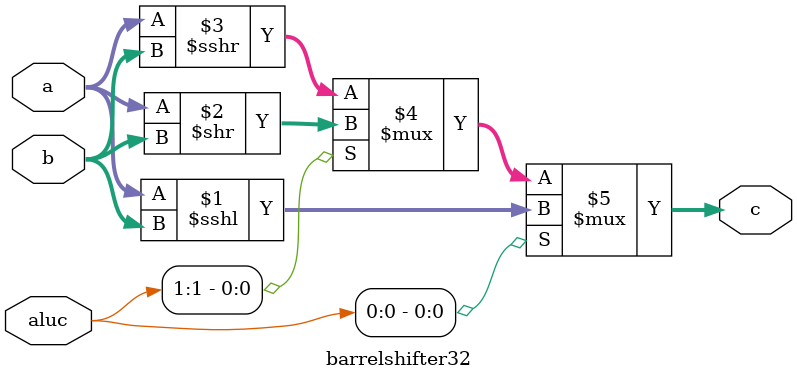
<source format=v>
`timescale 1ns / 1ns


module barrelshifter32(
    input wire signed [31:0] a,
    input wire [4:0] b,
    input [1:0] aluc,
    output [31:0] c
    );
    assign c=aluc[0]?(a<<<b):(aluc[1]?(a>>b):(a>>>b));
endmodule

</source>
